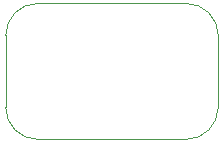
<source format=gbr>
%TF.GenerationSoftware,KiCad,Pcbnew,(5.1.6)-1*%
%TF.CreationDate,2020-12-16T03:54:26+01:00*%
%TF.ProjectId,envboard,656e7662-6f61-4726-942e-6b696361645f,rev?*%
%TF.SameCoordinates,Original*%
%TF.FileFunction,Profile,NP*%
%FSLAX46Y46*%
G04 Gerber Fmt 4.6, Leading zero omitted, Abs format (unit mm)*
G04 Created by KiCad (PCBNEW (5.1.6)-1) date 2020-12-16 03:54:26*
%MOMM*%
%LPD*%
G01*
G04 APERTURE LIST*
%TA.AperFunction,Profile*%
%ADD10C,0.050000*%
%TD*%
G04 APERTURE END LIST*
D10*
X57300000Y-43500000D02*
X44700000Y-43500000D01*
X60000000Y-46200000D02*
X60000000Y-52300000D01*
X44700000Y-55000000D02*
X57300000Y-55000000D01*
X42000000Y-52300000D02*
X42000000Y-46200000D01*
X57300000Y-43500000D02*
G75*
G02*
X60000000Y-46200000I0J-2700000D01*
G01*
X60000000Y-52300000D02*
G75*
G02*
X57300000Y-55000000I-2700000J0D01*
G01*
X44700000Y-55000000D02*
G75*
G02*
X42000000Y-52300000I0J2700000D01*
G01*
X42000000Y-46200000D02*
G75*
G02*
X44700000Y-43500000I2700000J0D01*
G01*
M02*

</source>
